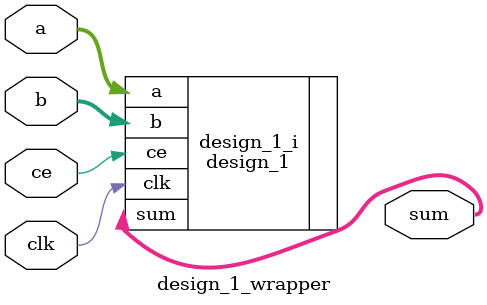
<source format=v>
`timescale 1 ps / 1 ps

module design_1_wrapper
   (a,
    b,
    ce,
    clk,
    sum);
  input [14:0]a;
  input [14:0]b;
  input ce;
  input clk;
  output [14:0]sum;

  wire [14:0]a;
  wire [14:0]b;
  wire ce;
  wire clk;
  wire [14:0]sum;

  design_1 design_1_i
       (.a(a),
        .b(b),
        .ce(ce),
        .clk(clk),
        .sum(sum));
endmodule

</source>
